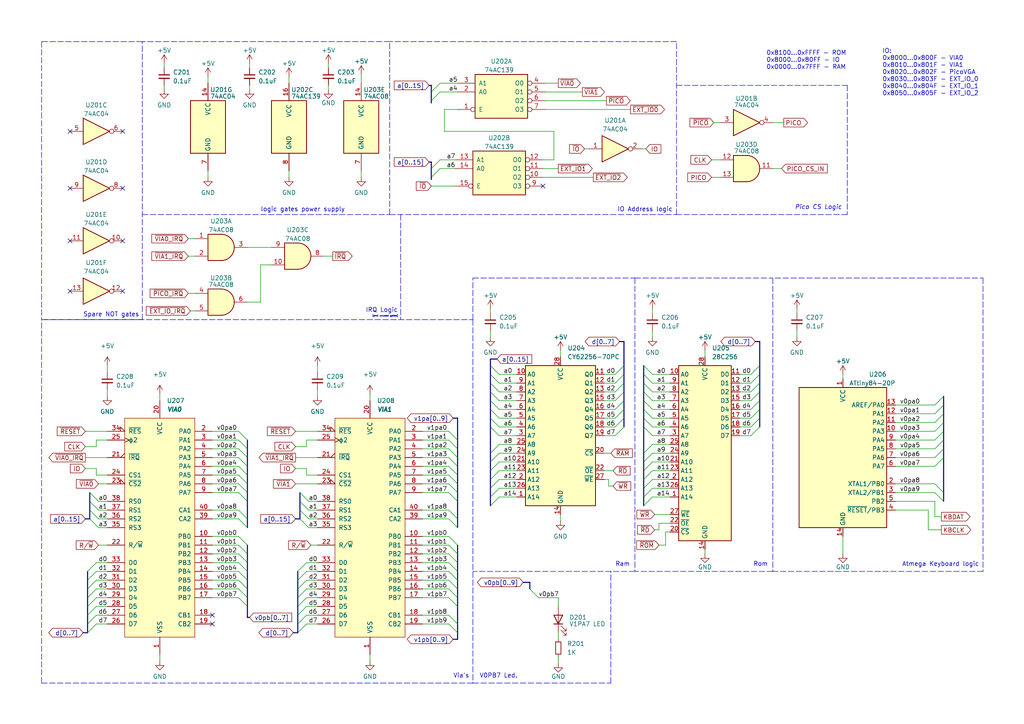
<source format=kicad_sch>
(kicad_sch (version 20211123) (generator eeschema)
  (paper "A4")
  (no_connect (at 35.56 69.85))
  (no_connect (at 35.56 54.61))
  (no_connect (at 20.32 69.85))
  (no_connect (at 35.56 38.1))
  (no_connect (at 20.32 54.61))
  (no_connect (at 20.32 38.1))
  (no_connect (at 35.56 84.455))
  (no_connect (at 20.32 84.455))
  (no_connect (at 157.48 53.975))
  (no_connect (at 61.595 180.975))
  (no_connect (at 61.595 178.435))
  (bus_entry (at 189.23 118.745) (size -2.54 -2.54))
  (bus_entry (at 125.095 51.435) (size 2.54 -2.54))
  (bus_entry (at 86.995 142.875) (size 2.54 2.54))
  (bus_entry (at 189.23 131.445) (size -2.54 2.54))
  (bus_entry (at 69.215 160.655) (size 2.54 2.54))
  (bus_entry (at 144.78 144.145) (size -2.54 2.54))
  (bus_entry (at 71.755 158.115) (size -2.54 -2.54))
  (bus_entry (at 144.78 141.605) (size -2.54 2.54))
  (bus_entry (at 132.715 127.635) (size -2.54 -2.54))
  (bus_entry (at 144.78 108.585) (size -2.54 -2.54))
  (bus_entry (at 144.78 111.125) (size -2.54 -2.54))
  (bus_entry (at 189.23 136.525) (size -2.54 2.54))
  (bus_entry (at 130.175 163.195) (size 2.54 2.54))
  (bus_entry (at 130.175 127.635) (size 2.54 2.54))
  (bus_entry (at 217.805 118.745) (size 2.54 -2.54))
  (bus_entry (at 130.175 168.275) (size 2.54 2.54))
  (bus_entry (at 189.23 128.905) (size -2.54 2.54))
  (bus_entry (at 217.805 126.365) (size 2.54 -2.54))
  (bus_entry (at 189.23 144.145) (size -2.54 2.54))
  (bus_entry (at 271.145 142.875) (size 2.54 2.54))
  (bus_entry (at 144.78 126.365) (size -2.54 -2.54))
  (bus_entry (at 217.805 111.125) (size 2.54 -2.54))
  (bus_entry (at 130.175 135.255) (size 2.54 2.54))
  (bus_entry (at 86.995 150.495) (size 2.54 2.54))
  (bus_entry (at 130.175 150.495) (size 2.54 2.54))
  (bus_entry (at 144.78 113.665) (size -2.54 -2.54))
  (bus_entry (at 86.995 145.415) (size 2.54 2.54))
  (bus_entry (at 86.36 173.355) (size 2.54 -2.54))
  (bus_entry (at 189.23 141.605) (size -2.54 2.54))
  (bus_entry (at 69.215 170.815) (size 2.54 2.54))
  (bus_entry (at 130.175 140.335) (size 2.54 2.54))
  (bus_entry (at 132.715 158.115) (size -2.54 -2.54))
  (bus_entry (at 26.035 145.415) (size 2.54 2.54))
  (bus_entry (at 69.215 168.275) (size 2.54 2.54))
  (bus_entry (at 125.095 48.895) (size 2.54 -2.54))
  (bus_entry (at 69.215 163.195) (size 2.54 2.54))
  (bus_entry (at 130.175 173.355) (size 2.54 2.54))
  (bus_entry (at 26.035 147.955) (size 2.54 2.54))
  (bus_entry (at 26.035 150.495) (size 2.54 2.54))
  (bus_entry (at 25.4 170.815) (size 2.54 -2.54))
  (bus_entry (at 25.4 173.355) (size 2.54 -2.54))
  (bus_entry (at 25.4 165.735) (size 2.54 -2.54))
  (bus_entry (at 25.4 175.895) (size 2.54 -2.54))
  (bus_entry (at 25.4 168.275) (size 2.54 -2.54))
  (bus_entry (at 25.4 183.515) (size 2.54 -2.54))
  (bus_entry (at 25.4 180.975) (size 2.54 -2.54))
  (bus_entry (at 25.4 178.435) (size 2.54 -2.54))
  (bus_entry (at 69.215 158.115) (size 2.54 2.54))
  (bus_entry (at 189.23 133.985) (size -2.54 2.54))
  (bus_entry (at 271.145 127.635) (size 2.54 -2.54))
  (bus_entry (at 271.145 130.175) (size 2.54 -2.54))
  (bus_entry (at 271.145 122.555) (size 2.54 -2.54))
  (bus_entry (at 271.145 125.095) (size 2.54 -2.54))
  (bus_entry (at 271.145 120.015) (size 2.54 -2.54))
  (bus_entry (at 271.145 117.475) (size 2.54 -2.54))
  (bus_entry (at 271.145 132.715) (size 2.54 -2.54))
  (bus_entry (at 271.145 135.255) (size 2.54 -2.54))
  (bus_entry (at 189.23 113.665) (size -2.54 -2.54))
  (bus_entry (at 125.095 26.67) (size 2.54 -2.54))
  (bus_entry (at 86.36 175.895) (size 2.54 -2.54))
  (bus_entry (at 189.23 111.125) (size -2.54 -2.54))
  (bus_entry (at 189.23 108.585) (size -2.54 -2.54))
  (bus_entry (at 217.805 123.825) (size 2.54 -2.54))
  (bus_entry (at 86.36 178.435) (size 2.54 -2.54))
  (bus_entry (at 130.175 142.875) (size 2.54 2.54))
  (bus_entry (at 189.23 123.825) (size -2.54 -2.54))
  (bus_entry (at 189.23 139.065) (size -2.54 2.54))
  (bus_entry (at 144.78 116.205) (size -2.54 -2.54))
  (bus_entry (at 178.435 116.205) (size 2.54 -2.54))
  (bus_entry (at 178.435 118.745) (size 2.54 -2.54))
  (bus_entry (at 178.435 123.825) (size 2.54 -2.54))
  (bus_entry (at 178.435 126.365) (size 2.54 -2.54))
  (bus_entry (at 178.435 121.285) (size 2.54 -2.54))
  (bus_entry (at 178.435 113.665) (size 2.54 -2.54))
  (bus_entry (at 178.435 111.125) (size 2.54 -2.54))
  (bus_entry (at 178.435 108.585) (size 2.54 -2.54))
  (bus_entry (at 69.215 173.355) (size 2.54 2.54))
  (bus_entry (at 189.23 126.365) (size -2.54 -2.54))
  (bus_entry (at 86.36 180.975) (size 2.54 -2.54))
  (bus_entry (at 125.095 29.21) (size 2.54 -2.54))
  (bus_entry (at 130.175 158.115) (size 2.54 2.54))
  (bus_entry (at 144.78 136.525) (size -2.54 2.54))
  (bus_entry (at 86.36 183.515) (size 2.54 -2.54))
  (bus_entry (at 130.175 132.715) (size 2.54 2.54))
  (bus_entry (at 130.175 137.795) (size 2.54 2.54))
  (bus_entry (at 217.805 113.665) (size 2.54 -2.54))
  (bus_entry (at 86.995 147.955) (size 2.54 2.54))
  (bus_entry (at 130.175 165.735) (size 2.54 2.54))
  (bus_entry (at 130.175 130.175) (size 2.54 2.54))
  (bus_entry (at 69.215 127.635) (size 2.54 2.54))
  (bus_entry (at 71.755 127.635) (size -2.54 -2.54))
  (bus_entry (at 69.215 132.715) (size 2.54 2.54))
  (bus_entry (at 69.215 130.175) (size 2.54 2.54))
  (bus_entry (at 69.215 150.495) (size 2.54 2.54))
  (bus_entry (at 69.215 147.955) (size 2.54 2.54))
  (bus_entry (at 69.215 142.875) (size 2.54 2.54))
  (bus_entry (at 69.215 140.335) (size 2.54 2.54))
  (bus_entry (at 69.215 137.795) (size 2.54 2.54))
  (bus_entry (at 69.215 135.255) (size 2.54 2.54))
  (bus_entry (at 217.805 116.205) (size 2.54 -2.54))
  (bus_entry (at 86.36 165.735) (size 2.54 -2.54))
  (bus_entry (at 144.78 118.745) (size -2.54 -2.54))
  (bus_entry (at 144.78 123.825) (size -2.54 -2.54))
  (bus_entry (at 144.78 139.065) (size -2.54 2.54))
  (bus_entry (at 130.175 147.955) (size 2.54 2.54))
  (bus_entry (at 130.175 170.815) (size 2.54 2.54))
  (bus_entry (at 144.78 121.285) (size -2.54 -2.54))
  (bus_entry (at 26.035 142.875) (size 2.54 2.54))
  (bus_entry (at 130.175 178.435) (size 2.54 2.54))
  (bus_entry (at 130.175 180.975) (size 2.54 2.54))
  (bus_entry (at 189.23 116.205) (size -2.54 -2.54))
  (bus_entry (at 217.805 121.285) (size 2.54 -2.54))
  (bus_entry (at 69.215 165.735) (size 2.54 2.54))
  (bus_entry (at 86.36 170.815) (size 2.54 -2.54))
  (bus_entry (at 189.23 121.285) (size -2.54 -2.54))
  (bus_entry (at 144.78 131.445) (size -2.54 2.54))
  (bus_entry (at 144.78 133.985) (size -2.54 2.54))
  (bus_entry (at 271.145 140.335) (size 2.54 2.54))
  (bus_entry (at 144.78 128.905) (size -2.54 2.54))
  (bus_entry (at 156.21 173.355) (size -2.54 -2.54))
  (bus_entry (at 86.36 168.275) (size 2.54 -2.54))
  (bus_entry (at 130.175 160.655) (size 2.54 2.54))
  (bus_entry (at 217.805 108.585) (size 2.54 -2.54))
  (wire (pts (xy 78.74 76.835) (xy 75.565 76.835)))
  (bus (pts (xy 25.4 173.355) (xy 25.4 175.895)))
  (bus (pts (xy 25.4 168.275) (xy 25.4 170.815)))
  (wire (pts (xy 104.775 49.53) (xy 104.775 51.435)))
  (polyline (pts (xy 245.745 24.765) (xy 245.745 62.23)))
  (polyline (pts (xy 41.275 92.71) (xy 41.275 12.065)))
  (wire (pts (xy 122.555 142.875) (xy 130.175 142.875)))
  (polyline (pts (xy 41.275 12.065) (xy 12.065 12.065)))
  (bus (pts (xy 142.24 139.065) (xy 142.24 141.605)))
  (wire (pts (xy 27.94 137.795) (xy 27.94 135.89)))
  (bus (pts (xy 71.755 142.875) (xy 71.755 145.415)))
  (wire (pts (xy 175.26 116.205) (xy 178.435 116.205)))
  (bus (pts (xy 71.755 170.815) (xy 71.755 173.355)))
  (bus (pts (xy 186.69 116.205) (xy 186.69 118.745)))
  (polyline (pts (xy 12.7 92.71) (xy 137.16 92.71)))
  (bus (pts (xy 132.715 145.415) (xy 132.715 150.495)))
  (wire (pts (xy 92.075 127.635) (xy 88.9 127.635)))
  (bus (pts (xy 186.69 136.525) (xy 186.69 139.065)))
  (wire (pts (xy 28.575 147.955) (xy 31.115 147.955)))
  (wire (pts (xy 88.9 175.895) (xy 92.075 175.895)))
  (polyline (pts (xy 137.16 92.71) (xy 137.16 198.12)))
  (bus (pts (xy 131.445 185.42) (xy 132.715 185.42)))
  (bus (pts (xy 132.715 132.715) (xy 132.715 135.255)))
  (polyline (pts (xy 12.065 198.12) (xy 12.065 92.71)))
  (polyline (pts (xy 116.205 62.23) (xy 116.205 92.71)))
  (wire (pts (xy 47.625 24.765) (xy 47.625 26.035)))
  (bus (pts (xy 180.975 116.205) (xy 180.975 118.745)))
  (wire (pts (xy 175.26 139.065) (xy 176.53 139.065)))
  (wire (pts (xy 122.555 147.955) (xy 130.175 147.955)))
  (wire (pts (xy 27.94 127.635) (xy 27.94 129.54)))
  (wire (pts (xy 61.595 142.875) (xy 69.215 142.875)))
  (wire (pts (xy 31.115 127.635) (xy 27.94 127.635)))
  (wire (pts (xy 61.595 125.095) (xy 69.215 125.095)))
  (bus (pts (xy 142.24 121.285) (xy 142.24 123.825)))
  (wire (pts (xy 244.475 155.575) (xy 244.475 160.655)))
  (wire (pts (xy 189.865 153.67) (xy 191.135 153.67)))
  (wire (pts (xy 271.145 149.86) (xy 271.145 145.415)))
  (bus (pts (xy 186.69 121.285) (xy 186.69 123.825)))
  (bus (pts (xy 25.4 180.975) (xy 25.4 183.515)))
  (bus (pts (xy 219.075 99.06) (xy 220.345 99.06)))
  (bus (pts (xy 132.715 180.975) (xy 132.715 183.515)))
  (polyline (pts (xy 12.065 92.71) (xy 41.275 92.71)))
  (wire (pts (xy 144.78 136.525) (xy 149.86 136.525)))
  (bus (pts (xy 125.095 24.765) (xy 125.095 26.67)))
  (polyline (pts (xy 224.155 165.735) (xy 184.15 165.735)))
  (bus (pts (xy 144.145 104.14) (xy 142.24 104.14)))
  (bus (pts (xy 71.755 135.255) (xy 71.755 137.795)))
  (bus (pts (xy 132.715 158.115) (xy 132.715 160.655)))
  (bus (pts (xy 125.095 46.99) (xy 125.095 48.895)))
  (bus (pts (xy 72.39 179.07) (xy 71.755 179.07)))
  (wire (pts (xy 175.26 113.665) (xy 178.435 113.665)))
  (wire (pts (xy 162.56 101.6) (xy 162.56 103.505)))
  (bus (pts (xy 132.715 170.815) (xy 132.715 173.355)))
  (wire (pts (xy 144.78 139.065) (xy 149.86 139.065)))
  (wire (pts (xy 60.325 49.53) (xy 60.325 51.435)))
  (wire (pts (xy 194.31 151.765) (xy 191.135 151.765)))
  (wire (pts (xy 107.315 189.865) (xy 107.315 191.77)))
  (bus (pts (xy 186.69 144.145) (xy 186.69 146.685)))
  (wire (pts (xy 127.635 24.13) (xy 132.715 24.13)))
  (wire (pts (xy 122.555 150.495) (xy 130.175 150.495)))
  (wire (pts (xy 161.925 190.5) (xy 161.925 192.405)))
  (bus (pts (xy 273.685 120.015) (xy 273.685 122.555)))
  (wire (pts (xy 61.595 147.955) (xy 69.215 147.955)))
  (wire (pts (xy 27.94 178.435) (xy 31.115 178.435)))
  (polyline (pts (xy 285.115 80.645) (xy 285.115 165.735)))
  (bus (pts (xy 26.035 145.415) (xy 26.035 147.955)))
  (bus (pts (xy 86.36 175.895) (xy 86.36 178.435)))
  (wire (pts (xy 169.545 43.18) (xy 170.815 43.18)))
  (bus (pts (xy 142.24 144.145) (xy 142.24 146.685)))
  (bus (pts (xy 86.36 170.815) (xy 86.36 173.355)))
  (bus (pts (xy 86.995 147.955) (xy 86.995 150.495)))
  (wire (pts (xy 144.78 113.665) (xy 149.86 113.665)))
  (bus (pts (xy 179.705 99.06) (xy 180.975 99.06)))
  (bus (pts (xy 186.69 108.585) (xy 186.69 111.125)))
  (bus (pts (xy 132.715 173.355) (xy 132.715 175.895)))
  (wire (pts (xy 176.53 139.065) (xy 176.53 140.97)))
  (wire (pts (xy 122.555 178.435) (xy 130.175 178.435)))
  (bus (pts (xy 220.345 99.06) (xy 220.345 106.045)))
  (wire (pts (xy 175.26 126.365) (xy 178.435 126.365)))
  (wire (pts (xy 88.9 137.795) (xy 88.9 135.89)))
  (wire (pts (xy 189.23 141.605) (xy 194.31 141.605)))
  (bus (pts (xy 86.995 142.875) (xy 86.995 145.415)))
  (wire (pts (xy 122.555 170.815) (xy 130.175 170.815)))
  (wire (pts (xy 189.23 144.145) (xy 194.31 144.145)))
  (bus (pts (xy 71.755 145.415) (xy 71.755 150.495)))
  (wire (pts (xy 189.23 95.885) (xy 189.23 97.79)))
  (wire (pts (xy 88.9 173.355) (xy 92.075 173.355)))
  (bus (pts (xy 86.36 173.355) (xy 86.36 175.895)))
  (wire (pts (xy 189.23 111.125) (xy 194.31 111.125)))
  (polyline (pts (xy 196.215 24.765) (xy 245.745 24.765)))
  (wire (pts (xy 93.98 74.295) (xy 96.52 74.295)))
  (wire (pts (xy 122.555 180.975) (xy 130.175 180.975)))
  (wire (pts (xy 259.715 132.715) (xy 271.145 132.715)))
  (bus (pts (xy 186.69 106.045) (xy 186.69 108.585)))
  (wire (pts (xy 88.9 180.975) (xy 92.075 180.975)))
  (wire (pts (xy 231.14 89.535) (xy 231.14 90.805)))
  (bus (pts (xy 132.715 135.255) (xy 132.715 137.795)))
  (wire (pts (xy 231.14 95.885) (xy 231.14 97.79)))
  (wire (pts (xy 85.725 125.095) (xy 92.075 125.095)))
  (wire (pts (xy 122.555 160.655) (xy 130.175 160.655)))
  (wire (pts (xy 31.115 106.045) (xy 31.115 107.95)))
  (wire (pts (xy 31.115 113.03) (xy 31.115 114.935)))
  (wire (pts (xy 122.555 132.715) (xy 130.175 132.715)))
  (wire (pts (xy 142.24 95.885) (xy 142.24 97.79)))
  (polyline (pts (xy 196.215 12.065) (xy 113.03 12.065)))
  (wire (pts (xy 104.775 21.59) (xy 104.775 24.13)))
  (bus (pts (xy 132.715 140.335) (xy 132.715 142.875)))
  (bus (pts (xy 25.4 175.895) (xy 25.4 178.435)))
  (wire (pts (xy 259.715 120.015) (xy 271.145 120.015)))
  (wire (pts (xy 72.39 24.765) (xy 72.39 26.035)))
  (wire (pts (xy 259.715 127.635) (xy 271.145 127.635)))
  (bus (pts (xy 71.755 130.175) (xy 71.755 132.715)))
  (wire (pts (xy 214.63 113.665) (xy 217.805 113.665)))
  (wire (pts (xy 175.26 118.745) (xy 178.435 118.745)))
  (bus (pts (xy 273.685 142.875) (xy 273.685 145.415)))
  (bus (pts (xy 125.095 29.845) (xy 125.095 29.21)))
  (wire (pts (xy 144.78 108.585) (xy 149.86 108.585)))
  (bus (pts (xy 180.975 118.745) (xy 180.975 121.285)))
  (bus (pts (xy 132.715 185.42) (xy 132.715 183.515)))
  (wire (pts (xy 271.145 145.415) (xy 259.715 145.415)))
  (wire (pts (xy 214.63 126.365) (xy 217.805 126.365)))
  (wire (pts (xy 144.78 116.205) (xy 149.86 116.205)))
  (wire (pts (xy 175.26 111.125) (xy 178.435 111.125)))
  (bus (pts (xy 142.24 113.665) (xy 142.24 116.205)))
  (wire (pts (xy 158.115 31.75) (xy 182.88 31.75)))
  (wire (pts (xy 90.17 158.115) (xy 92.075 158.115)))
  (wire (pts (xy 144.78 128.905) (xy 149.86 128.905)))
  (wire (pts (xy 88.9 178.435) (xy 92.075 178.435)))
  (polyline (pts (xy 184.15 80.645) (xy 224.155 80.645)))
  (wire (pts (xy 204.47 101.6) (xy 204.47 103.505)))
  (wire (pts (xy 88.9 129.54) (xy 85.725 129.54)))
  (bus (pts (xy 142.24 118.745) (xy 142.24 121.285)))
  (polyline (pts (xy 137.16 92.71) (xy 137.16 80.645)))
  (bus (pts (xy 142.24 104.14) (xy 142.24 106.045)))
  (bus (pts (xy 26.035 147.955) (xy 26.035 150.495)))
  (bus (pts (xy 71.755 163.195) (xy 71.755 165.735)))
  (bus (pts (xy 125.095 26.67) (xy 125.095 29.21)))
  (wire (pts (xy 85.725 132.715) (xy 92.075 132.715)))
  (wire (pts (xy 158.115 24.13) (xy 161.925 24.13)))
  (polyline (pts (xy 113.03 12.065) (xy 41.275 12.065)))
  (wire (pts (xy 75.565 87.63) (xy 71.755 87.63)))
  (wire (pts (xy 54.61 85.09) (xy 56.515 85.09)))
  (wire (pts (xy 191.135 151.765) (xy 191.135 153.67)))
  (bus (pts (xy 86.36 178.435) (xy 86.36 180.975)))
  (wire (pts (xy 61.595 130.175) (xy 69.215 130.175)))
  (wire (pts (xy 144.78 131.445) (xy 149.86 131.445)))
  (wire (pts (xy 88.9 163.195) (xy 92.075 163.195)))
  (wire (pts (xy 189.23 113.665) (xy 194.31 113.665)))
  (bus (pts (xy 71.755 158.115) (xy 71.755 160.655)))
  (wire (pts (xy 122.555 127.635) (xy 130.175 127.635)))
  (wire (pts (xy 161.925 183.515) (xy 161.925 185.42)))
  (wire (pts (xy 127.635 46.355) (xy 132.08 46.355)))
  (wire (pts (xy 28.575 150.495) (xy 31.115 150.495)))
  (bus (pts (xy 142.24 136.525) (xy 142.24 139.065)))
  (polyline (pts (xy 196.215 62.23) (xy 196.215 12.065)))
  (wire (pts (xy 61.595 165.735) (xy 69.215 165.735)))
  (polyline (pts (xy 41.275 62.23) (xy 113.03 62.23)))
  (wire (pts (xy 24.765 125.095) (xy 31.115 125.095)))
  (wire (pts (xy 175.26 123.825) (xy 178.435 123.825)))
  (bus (pts (xy 26.035 142.875) (xy 26.035 145.415)))
  (wire (pts (xy 27.94 168.275) (xy 31.115 168.275)))
  (wire (pts (xy 194.31 154.305) (xy 193.04 154.305)))
  (wire (pts (xy 122.555 135.255) (xy 130.175 135.255)))
  (wire (pts (xy 61.595 140.335) (xy 69.215 140.335)))
  (wire (pts (xy 214.63 121.285) (xy 217.805 121.285)))
  (wire (pts (xy 157.48 48.895) (xy 161.925 48.895)))
  (bus (pts (xy 273.685 125.095) (xy 273.685 127.635)))
  (wire (pts (xy 61.595 168.275) (xy 69.215 168.275)))
  (wire (pts (xy 88.9 170.815) (xy 92.075 170.815)))
  (bus (pts (xy 180.975 99.06) (xy 180.975 106.045)))
  (polyline (pts (xy 224.79 80.645) (xy 285.115 80.645)))
  (wire (pts (xy 61.595 135.255) (xy 69.215 135.255)))
  (wire (pts (xy 88.9 135.89) (xy 85.725 135.89)))
  (wire (pts (xy 55.245 90.17) (xy 56.515 90.17)))
  (wire (pts (xy 176.53 140.97) (xy 177.8 140.97)))
  (wire (pts (xy 71.755 71.755) (xy 78.74 71.755)))
  (bus (pts (xy 186.69 123.825) (xy 186.69 131.445)))
  (bus (pts (xy 180.975 113.665) (xy 180.975 116.205)))
  (wire (pts (xy 47.625 18.415) (xy 47.625 19.685)))
  (bus (pts (xy 186.69 133.985) (xy 186.69 136.525)))
  (wire (pts (xy 160.655 46.355) (xy 157.48 46.355)))
  (bus (pts (xy 153.67 168.91) (xy 153.67 170.815)))
  (wire (pts (xy 27.94 173.355) (xy 31.115 173.355)))
  (wire (pts (xy 214.63 118.745) (xy 217.805 118.745)))
  (wire (pts (xy 158.115 26.67) (xy 168.91 26.67)))
  (wire (pts (xy 122.555 140.335) (xy 130.175 140.335)))
  (wire (pts (xy 162.56 149.225) (xy 162.56 151.13)))
  (bus (pts (xy 186.69 131.445) (xy 186.69 133.985)))
  (polyline (pts (xy 113.03 62.23) (xy 113.03 12.065)))
  (bus (pts (xy 132.715 142.875) (xy 132.715 145.415)))
  (bus (pts (xy 71.755 150.495) (xy 71.755 153.035)))
  (wire (pts (xy 175.26 131.445) (xy 177.165 131.445)))
  (wire (pts (xy 189.23 121.285) (xy 194.31 121.285)))
  (bus (pts (xy 71.755 173.355) (xy 71.755 175.895)))
  (wire (pts (xy 193.04 154.305) (xy 193.04 158.115)))
  (bus (pts (xy 24.13 183.515) (xy 25.4 183.515)))
  (bus (pts (xy 220.345 108.585) (xy 220.345 111.125)))
  (wire (pts (xy 259.715 122.555) (xy 271.145 122.555)))
  (wire (pts (xy 54.61 69.215) (xy 56.515 69.215)))
  (bus (pts (xy 85.09 183.515) (xy 86.36 183.515)))
  (wire (pts (xy 214.63 116.205) (xy 217.805 116.205)))
  (wire (pts (xy 122.555 173.355) (xy 130.175 173.355)))
  (wire (pts (xy 27.94 170.815) (xy 31.115 170.815)))
  (wire (pts (xy 259.715 142.875) (xy 271.145 142.875)))
  (wire (pts (xy 189.23 89.535) (xy 189.23 90.805)))
  (bus (pts (xy 86.36 168.275) (xy 86.36 170.815)))
  (wire (pts (xy 88.9 165.735) (xy 92.075 165.735)))
  (bus (pts (xy 71.755 168.275) (xy 71.755 170.815)))
  (bus (pts (xy 132.715 130.175) (xy 132.715 132.715)))
  (wire (pts (xy 61.595 137.795) (xy 69.215 137.795)))
  (wire (pts (xy 271.145 149.86) (xy 273.05 149.86)))
  (wire (pts (xy 27.94 180.975) (xy 31.115 180.975)))
  (wire (pts (xy 204.47 159.385) (xy 204.47 160.655)))
  (bus (pts (xy 220.345 111.125) (xy 220.345 113.665)))
  (wire (pts (xy 175.26 108.585) (xy 178.435 108.585)))
  (bus (pts (xy 71.755 160.655) (xy 71.755 163.195)))
  (wire (pts (xy 125.095 53.975) (xy 132.08 53.975)))
  (wire (pts (xy 61.595 132.715) (xy 69.215 132.715)))
  (bus (pts (xy 25.4 170.815) (xy 25.4 173.355)))
  (bus (pts (xy 125.095 52.07) (xy 125.095 51.435)))
  (wire (pts (xy 28.575 158.115) (xy 31.115 158.115)))
  (wire (pts (xy 259.715 130.175) (xy 271.145 130.175)))
  (polyline (pts (xy 137.16 80.645) (xy 184.15 80.645)))
  (polyline (pts (xy 177.165 198.12) (xy 177.165 165.735)))
  (wire (pts (xy 127.635 48.895) (xy 132.08 48.895)))
  (wire (pts (xy 142.24 89.535) (xy 142.24 90.805)))
  (polyline (pts (xy 184.15 165.735) (xy 137.16 165.735)))
  (wire (pts (xy 24.765 132.715) (xy 31.115 132.715)))
  (wire (pts (xy 224.155 48.895) (xy 226.695 48.895)))
  (bus (pts (xy 220.345 106.045) (xy 220.345 108.585)))
  (wire (pts (xy 122.555 130.175) (xy 130.175 130.175)))
  (polyline (pts (xy 184.15 80.645) (xy 184.15 165.735)))
  (polyline (pts (xy 137.16 198.12) (xy 177.165 198.12)))
  (wire (pts (xy 259.715 117.475) (xy 271.145 117.475)))
  (wire (pts (xy 128.905 31.75) (xy 128.905 38.1)))
  (wire (pts (xy 269.24 147.955) (xy 259.715 147.955)))
  (bus (pts (xy 186.69 141.605) (xy 186.69 144.145)))
  (wire (pts (xy 122.555 168.275) (xy 130.175 168.275)))
  (wire (pts (xy 61.595 155.575) (xy 69.215 155.575)))
  (wire (pts (xy 161.925 173.355) (xy 161.925 175.895)))
  (wire (pts (xy 27.94 163.195) (xy 31.115 163.195)))
  (bus (pts (xy 86.995 145.415) (xy 86.995 147.955)))
  (wire (pts (xy 54.61 74.295) (xy 56.515 74.295)))
  (wire (pts (xy 83.82 49.53) (xy 83.82 51.435)))
  (bus (pts (xy 220.345 118.745) (xy 220.345 121.285)))
  (bus (pts (xy 220.345 113.665) (xy 220.345 116.205)))
  (wire (pts (xy 214.63 123.825) (xy 217.805 123.825)))
  (bus (pts (xy 71.755 127.635) (xy 71.755 130.175)))
  (wire (pts (xy 88.9 127.635) (xy 88.9 129.54)))
  (bus (pts (xy 273.685 122.555) (xy 273.685 125.095)))
  (polyline (pts (xy 224.155 80.645) (xy 224.155 165.735)))
  (polyline (pts (xy 12.065 12.065) (xy 12.065 92.71)))
  (bus (pts (xy 86.36 180.975) (xy 86.36 183.515)))
  (wire (pts (xy 122.555 125.095) (xy 130.175 125.095)))
  (wire (pts (xy 156.21 173.355) (xy 161.925 173.355)))
  (wire (pts (xy 189.23 139.065) (xy 194.31 139.065)))
  (wire (pts (xy 189.865 149.225) (xy 194.31 149.225)))
  (wire (pts (xy 259.715 125.095) (xy 271.145 125.095)))
  (bus (pts (xy 85.725 150.495) (xy 86.995 150.495)))
  (wire (pts (xy 95.25 24.765) (xy 95.25 26.035)))
  (bus (pts (xy 132.715 165.735) (xy 132.715 168.275)))
  (wire (pts (xy 144.78 111.125) (xy 149.86 111.125)))
  (wire (pts (xy 95.25 18.415) (xy 95.25 19.685)))
  (wire (pts (xy 127.635 26.67) (xy 132.715 26.67)))
  (wire (pts (xy 193.04 158.115) (xy 191.135 158.115)))
  (wire (pts (xy 72.39 18.415) (xy 72.39 19.685)))
  (wire (pts (xy 244.475 108.585) (xy 244.475 109.855)))
  (wire (pts (xy 175.26 121.285) (xy 178.435 121.285)))
  (bus (pts (xy 186.69 118.745) (xy 186.69 121.285)))
  (wire (pts (xy 259.715 140.335) (xy 271.145 140.335)))
  (bus (pts (xy 86.36 165.735) (xy 86.36 168.275)))
  (wire (pts (xy 89.535 153.035) (xy 92.075 153.035)))
  (bus (pts (xy 186.69 111.125) (xy 186.69 113.665)))
  (bus (pts (xy 186.69 113.665) (xy 186.69 116.205)))
  (wire (pts (xy 128.905 38.1) (xy 160.655 38.1)))
  (wire (pts (xy 186.055 43.18) (xy 187.325 43.18)))
  (bus (pts (xy 142.24 123.825) (xy 142.24 131.445)))
  (bus (pts (xy 24.765 150.495) (xy 26.035 150.495)))
  (wire (pts (xy 92.075 106.045) (xy 92.075 107.95)))
  (wire (pts (xy 75.565 76.835) (xy 75.565 87.63)))
  (wire (pts (xy 61.595 163.195) (xy 69.215 163.195)))
  (wire (pts (xy 144.78 126.365) (xy 149.86 126.365)))
  (bus (pts (xy 142.24 111.125) (xy 142.24 113.665)))
  (wire (pts (xy 89.535 145.415) (xy 92.075 145.415)))
  (bus (pts (xy 220.345 116.205) (xy 220.345 118.745)))
  (bus (pts (xy 132.715 168.275) (xy 132.715 170.815)))
  (wire (pts (xy 92.075 137.795) (xy 88.9 137.795)))
  (wire (pts (xy 144.78 133.985) (xy 149.86 133.985)))
  (wire (pts (xy 206.375 46.355) (xy 208.915 46.355)))
  (wire (pts (xy 122.555 158.115) (xy 130.175 158.115)))
  (bus (pts (xy 273.685 117.475) (xy 273.685 120.015)))
  (bus (pts (xy 132.715 150.495) (xy 132.715 153.035)))
  (wire (pts (xy 88.9 168.275) (xy 92.075 168.275)))
  (wire (pts (xy 27.94 165.735) (xy 31.115 165.735)))
  (wire (pts (xy 27.94 175.895) (xy 31.115 175.895)))
  (bus (pts (xy 220.345 121.285) (xy 220.345 123.825)))
  (bus (pts (xy 71.755 132.715) (xy 71.755 135.255)))
  (wire (pts (xy 206.375 51.435) (xy 208.915 51.435)))
  (wire (pts (xy 189.23 123.825) (xy 194.31 123.825)))
  (bus (pts (xy 186.69 139.065) (xy 186.69 141.605)))
  (wire (pts (xy 107.315 114.3) (xy 107.315 116.205)))
  (wire (pts (xy 189.23 136.525) (xy 194.31 136.525)))
  (wire (pts (xy 27.94 135.89) (xy 24.765 135.89)))
  (bus (pts (xy 180.975 121.285) (xy 180.975 123.825)))
  (wire (pts (xy 61.595 170.815) (xy 69.215 170.815)))
  (wire (pts (xy 122.555 155.575) (xy 130.175 155.575)))
  (wire (pts (xy 189.23 118.745) (xy 194.31 118.745)))
  (bus (pts (xy 132.715 160.655) (xy 132.715 163.195)))
  (bus (pts (xy 131.445 121.285) (xy 132.715 121.285)))
  (wire (pts (xy 224.155 35.56) (xy 227.33 35.56)))
  (wire (pts (xy 28.575 145.415) (xy 31.115 145.415)))
  (wire (pts (xy 28.575 140.335) (xy 31.115 140.335)))
  (bus (pts (xy 142.24 133.985) (xy 142.24 136.525)))
  (wire (pts (xy 208.915 35.56) (xy 207.01 35.56)))
  (bus (pts (xy 273.685 114.935) (xy 273.685 117.475)))
  (bus (pts (xy 132.715 127.635) (xy 132.715 130.175)))
  (wire (pts (xy 189.23 108.585) (xy 194.31 108.585)))
  (bus (pts (xy 273.685 130.175) (xy 273.685 132.715)))
  (wire (pts (xy 61.595 150.495) (xy 69.215 150.495)))
  (bus (pts (xy 25.4 178.435) (xy 25.4 180.975)))
  (bus (pts (xy 142.24 108.585) (xy 142.24 111.125)))
  (wire (pts (xy 144.78 144.145) (xy 149.86 144.145)))
  (bus (pts (xy 142.24 106.045) (xy 142.24 108.585)))
  (bus (pts (xy 132.715 121.285) (xy 132.715 127.635)))
  (polyline (pts (xy 285.115 165.735) (xy 224.155 165.735)))
  (bus (pts (xy 142.24 131.445) (xy 142.24 133.985)))
  (bus (pts (xy 142.24 141.605) (xy 142.24 144.145)))
  (bus (pts (xy 142.24 116.205) (xy 142.24 118.745)))
  (bus (pts (xy 71.755 137.795) (xy 71.755 140.335)))
  (polyline (pts (xy 137.16 198.12) (xy 12.065 198.12)))
  (wire (pts (xy 144.78 123.825) (xy 149.86 123.825)))
  (wire (pts (xy 132.715 31.75) (xy 128.905 31.75)))
  (wire (pts (xy 61.595 158.115) (xy 69.215 158.115)))
  (wire (pts (xy 89.535 147.955) (xy 92.075 147.955)))
  (wire (pts (xy 122.555 165.735) (xy 130.175 165.735)))
  (wire (pts (xy 61.595 127.635) (xy 69.215 127.635)))
  (bus (pts (xy 71.755 140.335) (xy 71.755 142.875)))
  (bus (pts (xy 180.975 108.585) (xy 180.975 111.125)))
  (wire (pts (xy 189.23 116.205) (xy 194.31 116.205)))
  (wire (pts (xy 46.355 114.3) (xy 46.355 116.205)))
  (wire (pts (xy 83.82 22.225) (xy 83.82 24.13)))
  (wire (pts (xy 92.075 113.03) (xy 92.075 114.935)))
  (wire (pts (xy 144.78 118.745) (xy 149.86 118.745)))
  (wire (pts (xy 189.23 131.445) (xy 194.31 131.445)))
  (wire (pts (xy 214.63 111.125) (xy 217.805 111.125)))
  (wire (pts (xy 31.115 137.795) (xy 27.94 137.795)))
  (bus (pts (xy 132.715 175.895) (xy 132.715 180.975)))
  (bus (pts (xy 273.685 127.635) (xy 273.685 130.175)))
  (wire (pts (xy 214.63 108.585) (xy 217.805 108.585)))
  (wire (pts (xy 189.23 128.905) (xy 194.31 128.905)))
  (bus (pts (xy 25.4 165.735) (xy 25.4 168.275)))
  (wire (pts (xy 259.715 135.255) (xy 271.145 135.255)))
  (polyline (pts (xy 113.03 62.23) (xy 196.215 62.23)))
  (wire (pts (xy 89.535 150.495) (xy 92.075 150.495)))
  (wire (pts (xy 46.355 189.865) (xy 46.355 191.77)))
  (wire (pts (xy 157.48 51.435) (xy 172.085 51.435)))
  (wire (pts (xy 160.655 38.1) (xy 160.655 46.355)))
  (wire (pts (xy 60.325 22.225) (xy 60.325 24.13)))
  (wire (pts (xy 158.115 29.21) (xy 175.895 29.21)))
  (wire (pts (xy 122.555 163.195) (xy 130.175 163.195)))
  (bus (pts (xy 71.755 165.735) (xy 71.755 168.275)))
  (polyline (pts (xy 245.745 62.23) (xy 196.215 62.23)))
  (bus (pts (xy 124.46 46.99) (xy 125.095 46.99)))
  (wire (pts (xy 27.94 129.54) (xy 24.765 129.54)))
  (bus (pts (xy 132.715 163.195) (xy 132.715 165.735)))
  (bus (pts (xy 125.095 48.895) (xy 125.095 51.435)))
  (bus (pts (xy 180.975 106.045) (xy 180.975 108.585)))
  (wire (pts (xy 144.78 121.285) (xy 149.86 121.285)))
  (bus (pts (xy 273.685 132.715) (xy 273.685 142.875)))
  (wire (pts (xy 85.725 140.335) (xy 92.075 140.335)))
  (wire (pts (xy 273.05 153.67) (xy 269.24 153.67)))
  (wire (pts (xy 189.23 133.985) (xy 194.31 133.985)))
  (bus (pts (xy 151.765 168.91) (xy 153.67 168.91)))
  (wire (pts (xy 189.23 126.365) (xy 194.31 126.365)))
  (bus (pts (xy 71.755 179.07) (xy 71.755 175.895)))
  (wire (pts (xy 61.595 160.655) (xy 69.215 160.655)))
  (wire (pts (xy 122.555 137.795) (xy 130.175 137.795)))
  (wire (pts (xy 175.26 136.525) (xy 177.8 136.525)))
  (bus (pts (xy 124.46 24.765) (xy 125.095 24.765)))
  (bus (pts (xy 180.975 111.125) (xy 180.975 113.665)))
  (wire (pts (xy 28.575 153.035) (xy 31.115 153.035)))
  (wire (pts (xy 144.78 141.605) (xy 149.86 141.605)))
  (bus (pts (xy 132.715 137.795) (xy 132.715 140.335)))
  (wire (pts (xy 61.595 173.355) (xy 69.215 173.355)))
  (wire (pts (xy 269.24 153.67) (xy 269.24 147.955)))
  (text "Spare NOT gates" (at 24.13 92.075 0) (effects (font (size 1.27 1.27)) (justify left bottom)))
  (text "(and unused gates)" (at 107.95 92.075 0) (effects (font (size 0.5 0.5)) (justify left bottom)))
  (text "logic gates power supply" (at 75.565 61.595 0) (effects (font (size 1.27 1.27)) (justify left bottom)))
  (text "0x8100...0xFFFF - ROM\n0x8000...0x80FF - IO\n0x0000...0x7FFF - RAM" (at 222.25 20.32 0) (effects (font (size 1.27 1.27)) (justify left bottom)))
  (text "Rom" (at 218.44 164.465 0) (effects (font (size 1.27 1.27)) (justify left bottom)))
  (text "Via's" (at 131.445 196.85 0) (effects (font (size 1.27 1.27)) (justify left bottom)))
  (text "Pico CS Logic" (at 230.505 60.96 0) (effects (font (size 1.27 1.27) italic) (justify left bottom)))
  (text "V0PB7 Led." (at 139.065 196.85 0) (effects (font (size 1.27 1.27)) (justify left bottom)))
  (text "Ram" (at 178.435 164.465 0) (effects (font (size 1.27 1.27)) (justify left bottom)))
  (text "IRQ Logic" (at 106.045 90.805 0) (effects (font (size 1.27 1.27)) (justify left bottom)))
  (text "IO:\n0x8000...0x800F - VIA0\n0x8010...0x801F - VIA1\n0x8020...0x802F - PicoVGA\n0x8030...0x803F - EXT_IO_0\n0x8040...0x804F - EXT_IO_1\n0x8050...0x805F - EXT_IO_2\n" (at 255.905 27.94 0) (effects (font (size 1.27 1.27)) (justify left bottom)))
  (text "Atmega Keyboard logic" (at 261.62 164.465 0) (effects (font (size 1.27 1.27)) (justify left bottom)))
  (text "IO Address logic" (at 179.07 61.595 0) (effects (font (size 1.27 1.27)) (justify left bottom)))
  (label "d1" (at 175.895 111.125 0))
  (label "d1" (at 28.575 165.735 0))
  (label "a8" (at 190.5 128.905 0))
  (label "a5" (at 190.5 121.285 0))
  (label "d5" (at 215.265 121.285 0))
  (label "d2" (at 89.5399 168.275 0))
  (label "d1" (at 215.265 111.125 0))
  (label "a14" (at 146.05 144.145 0))
  (label "a12" (at 190.5 139.065 0))
  (label "v1pb5" (at 123.825 168.275 0))
  (label "a3" (at 190.5 116.205 0))
  (label "v0pb7" (at 62.865 173.355 0))
  (label "d5" (at 175.895 121.285 0))
  (label "v0pb2" (at 62.865 160.655 0))
  (label "v0pb7" (at 156.21 173.355 0))
  (label "a8" (at 146.05 128.905 0))
  (label "v1pb7" (at 123.825 173.355 0))
  (label "a3" (at 146.05 116.205 0))
  (label "d6" (at 28.5352 178.435 0))
  (label "d4" (at 175.895 118.745 0))
  (label "a1" (at 190.5 111.125 0))
  (label "d7" (at 215.265 126.365 0))
  (label "a4" (at 130.175 26.67 0))
  (label "v0pa9" (at 260.985 142.875 0))
  (label "v1pb6" (at 123.825 170.815 0))
  (label "d3" (at 175.895 116.205 0))
  (label "v0pa9" (at 62.865 150.495 0))
  (label "a2" (at 190.5 113.665 0))
  (label "a10" (at 190.5 133.985 0))
  (label "a0" (at 28.575 145.415 0))
  (label "v0pb3" (at 62.865 163.195 0))
  (label "a1" (at 28.575 147.955 0))
  (label "v1pa7" (at 123.825 142.875 0))
  (label "a2" (at 89.535 150.495 0))
  (label "a13" (at 190.5 141.605 0))
  (label "v1pa3" (at 123.825 132.715 0))
  (label "v0pa2" (at 260.985 122.555 0))
  (label "v0pb0" (at 62.865 155.575 0))
  (label "a6" (at 190.5 123.825 0))
  (label "d5" (at 89.535 175.895 0))
  (label "v0pa4" (at 260.985 127.635 0))
  (label "v0pa3" (at 62.865 132.715 0))
  (label "d2" (at 215.265 113.665 0))
  (label "a7" (at 129.54 46.355 0))
  (label "a6" (at 129.54 48.895 0))
  (label "v0pb1" (at 62.865 158.115 0))
  (label "d5" (at 28.575 175.895 0))
  (label "v0pa0" (at 260.985 117.475 0))
  (label "d1" (at 89.535 165.735 0))
  (label "a6" (at 146.05 123.825 0))
  (label "a1" (at 89.535 147.955 0))
  (label "d6" (at 175.895 123.825 0))
  (label "v0pb6" (at 62.865 170.815 0))
  (label "d0" (at 215.265 108.585 0))
  (label "v1pa2" (at 123.825 130.175 0))
  (label "v0pa1" (at 260.985 120.015 0))
  (label "d7" (at 28.575 180.975 0))
  (label "a9" (at 190.5 131.445 0))
  (label "d3" (at 28.5799 170.815 0))
  (label "a7" (at 146.05 126.365 0))
  (label "d0" (at 175.895 108.585 0))
  (label "d3" (at 215.265 116.205 0))
  (label "v0pa8" (at 62.865 147.955 0))
  (label "a5" (at 130.175 24.13 0))
  (label "v0pa8" (at 260.985 140.335 0))
  (label "d7" (at 89.535 180.975 0))
  (label "a2" (at 28.575 150.495 0))
  (label "a4" (at 146.05 118.745 0))
  (label "v1pa8" (at 123.825 147.955 0))
  (label "a0" (at 190.5 108.585 0))
  (label "v0pa7" (at 260.985 135.255 0))
  (label "a2" (at 146.05 113.665 0))
  (label "v1pa5" (at 123.825 137.795 0))
  (label "a11" (at 146.05 136.525 0))
  (label "a9" (at 146.05 131.445 0))
  (label "v0pa6" (at 260.985 132.715 0))
  (label "d0" (at 89.535 163.195 0))
  (label "v0pb4" (at 62.865 165.735 0))
  (label "d2" (at 28.5799 168.275 0))
  (label "a3" (at 89.535 153.035 0))
  (label "a3" (at 28.575 153.035 0))
  (label "v0pb5" (at 62.865 168.275 0))
  (label "v1pb9" (at 123.825 180.975 0))
  (label "v0pa5" (at 261.0258 130.175 0))
  (label "d4" (at 89.5399 173.355 0))
  (label "v1pb4" (at 123.825 165.735 0))
  (label "d4" (at 28.5799 173.355 0))
  (label "a0" (at 89.535 145.415 0))
  (label "v0pa0" (at 62.865 125.095 0))
  (label "v1pb8" (at 123.825 178.435 0))
  (label "v1pb1" (at 123.825 158.115 0))
  (label "v0pa1" (at 62.865 127.635 0))
  (label "d2" (at 175.895 113.665 0))
  (label "a11" (at 190.5 136.525 0))
  (label "d7" (at 175.895 126.365 0))
  (label "v0pa4" (at 62.865 135.255 0))
  (label "a14" (at 190.5 144.145 0))
  (label "a4" (at 190.5 118.745 0))
  (label "a0" (at 146.05 108.585 0))
  (label "v0pa5" (at 62.865 137.795 0))
  (label "v1pa1" (at 123.825 127.635 0))
  (label "d6" (at 89.4952 178.435 0))
  (label "v0pa7" (at 62.865 142.875 0))
  (label "v1pb0" (at 123.825 155.575 0))
  (label "v0pa3" (at 260.985 125.095 0))
  (label "v0pa6" (at 62.865 140.335 0))
  (label "d4" (at 215.265 118.745 0))
  (label "d0" (at 28.575 163.195 0))
  (label "d3" (at 89.5399 170.815 0))
  (label "v1pa6" (at 123.825 140.335 0))
  (label "a13" (at 146.05 141.605 0))
  (label "v0pa2" (at 62.865 130.175 0))
  (label "v1pa4" (at 123.825 135.255 0))
  (label "a1" (at 146.05 111.125 0))
  (label "a5" (at 146.05 121.285 0))
  (label "v1pa0" (at 123.825 125.095 0))
  (label "v1pa9" (at 123.825 150.495 0))
  (label "a12" (at 146.05 139.065 0))
  (label "v1pb3" (at 123.825 163.195 0))
  (label "a7" (at 190.5 126.365 0))
  (label "d6" (at 215.265 123.825 0))
  (label "v1pb2" (at 123.825 160.655 0))
  (label "a10" (at 146.05 133.985 0))
  (global_label "IO" (shape input) (at 187.325 43.18 0) (property "Intersheet References" "${INTERSHEET_REFS}" (effects hide)))
  (global_label "PICO_CS_IN" (shape input) (at 226.695 48.895 0) (property "Intersheet References" "${INTERSHEET_REFS}" (effects hide)))
  (global_label "~{EXT_IO0}" (shape output) (at 182.88 31.75 0) (property "Intersheet References" "${INTERSHEET_REFS}" (effects hide)))
  (global_label "~{VIA1_IRQ}" (shape input) (at 54.61 74.295 180) (property "Intersheet References" "${INTERSHEET_REFS}" (effects hide)))
  (global_label "a[0..15]" (shape input) (at 124.46 24.765 180) (property "Intersheet References" "${INTERSHEET_REFS}" (effects hide)))
  (global_label "~{RESET}" (shape input) (at 85.725 125.095 180) (property "Intersheet References" "${INTERSHEET_REFS}" (effects hide)))
  (global_label "d[0..7]" (shape bidirectional) (at 24.13 183.515 180) (property "Intersheet References" "${INTERSHEET_REFS}" (effects hide)))
  (global_label "~{VIA1_IRQ}" (shape output) (at 85.725 132.715 180) (property "Intersheet References" "${INTERSHEET_REFS}" (effects hide)))
  (global_label "~{VIA0}" (shape output) (at 161.925 24.13 0) (property "Intersheet References" "${INTERSHEET_REFS}" (effects hide)))
  (global_label "~{IO}" (shape input) (at 125.095 53.975 180) (property "Intersheet References" "${INTERSHEET_REFS}" (effects hide)))
  (global_label "d[0..7]" (shape bidirectional) (at 219.075 99.06 180) (property "Intersheet References" "${INTERSHEET_REFS}" (effects hide)))
  (global_label "a[0..15]" (shape input) (at 85.725 150.495 180) (property "Intersheet References" "${INTERSHEET_REFS}" (effects hide)))
  (global_label "~{EXT_IO1}" (shape output) (at 161.925 48.895 0) (property "Intersheet References" "${INTERSHEET_REFS}" (effects hide)))
  (global_label "~{VIA0}" (shape input) (at 28.575 140.335 180) (property "Intersheet References" "${INTERSHEET_REFS}" (effects hide)))
  (global_label "v0pb[0..7]" (shape input) (at 72.39 179.07 0) (property "Intersheet References" "${INTERSHEET_REFS}" (effects hide)))
  (global_label "a[0..15]" (shape input) (at 124.46 46.99 180) (property "Intersheet References" "${INTERSHEET_REFS}" (effects hide)))
  (global_label "~{RAM}" (shape input) (at 177.165 131.445 0) (property "Intersheet References" "${INTERSHEET_REFS}" (effects hide)))
  (global_label "CLK" (shape input) (at 206.375 46.355 180) (property "Intersheet References" "${INTERSHEET_REFS}" (effects hide)))
  (global_label "~{ROM}" (shape input) (at 191.135 158.115 180) (property "Intersheet References" "${INTERSHEET_REFS}" (effects hide)))
  (global_label "CLK" (shape input) (at 85.725 129.54 180) (property "Intersheet References" "${INTERSHEET_REFS}" (effects hide)))
  (global_label "a[0..15]" (shape input) (at 24.765 150.495 180) (property "Intersheet References" "${INTERSHEET_REFS}" (effects hide)))
  (global_label "~{PICO}" (shape output) (at 175.895 29.21 0) (property "Intersheet References" "${INTERSHEET_REFS}" (effects hide)))
  (global_label "IO" (shape input) (at 85.725 135.89 180) (property "Intersheet References" "${INTERSHEET_REFS}" (effects hide)))
  (global_label "~{RD}" (shape input) (at 177.8 136.525 0) (property "Intersheet References" "${INTERSHEET_REFS}" (effects hide)))
  (global_label "v1pa[0..9]" (shape bidirectional) (at 131.445 121.285 180) (property "Intersheet References" "${INTERSHEET_REFS}" (effects hide)))
  (global_label "~{IO}" (shape input) (at 169.545 43.18 180) (property "Intersheet References" "${INTERSHEET_REFS}" (effects hide)))
  (global_label "KBDAT" (shape output) (at 273.05 149.86 0) (property "Intersheet References" "${INTERSHEET_REFS}" (effects hide)))
  (global_label "d[0..7]" (shape bidirectional) (at 179.705 99.06 180) (property "Intersheet References" "${INTERSHEET_REFS}" (effects hide)))
  (global_label "v1pb[0..9]" (shape bidirectional) (at 131.445 185.42 180) (property "Intersheet References" "${INTERSHEET_REFS}" (effects hide)))
  (global_label "~{VIA1}" (shape input) (at 85.725 140.335 180) (property "Intersheet References" "${INTERSHEET_REFS}" (effects hide)))
  (global_label "~{WR}" (shape input) (at 177.8 140.97 0) (property "Intersheet References" "${INTERSHEET_REFS}" (effects hide)))
  (global_label "~{PICO_IRQ}" (shape input) (at 54.61 85.09 180) (property "Intersheet References" "${INTERSHEET_REFS}" (effects hide)))
  (global_label "KBCLK" (shape output) (at 273.05 153.67 0) (property "Intersheet References" "${INTERSHEET_REFS}" (effects hide)))
  (global_label "~{RD}" (shape input) (at 189.865 153.67 180) (property "Intersheet References" "${INTERSHEET_REFS}" (effects hide)))
  (global_label "~{VIA0_IRQ}" (shape output) (at 24.765 132.715 180) (property "Intersheet References" "${INTERSHEET_REFS}" (effects hide)))
  (global_label "v0pb[0..9]" (shape bidirectional) (at 151.765 168.91 180) (property "Intersheet References" "${INTERSHEET_REFS}" (effects hide)))
  (global_label "IO" (shape input) (at 24.765 135.89 180) (property "Intersheet References" "${INTERSHEET_REFS}" (effects hide)))
  (global_label "PICO" (shape input) (at 206.375 51.435 180) (property "Intersheet References" "${INTERSHEET_REFS}" (effects hide)))
  (global_label "~{RESET}" (shape input) (at 24.765 125.095 180) (property "Intersheet References" "${INTERSHEET_REFS}" (effects hide)))
  (global_label "d[0..7]" (shape bidirectional) (at 85.09 183.515 180) (property "Intersheet References" "${INTERSHEET_REFS}" (effects hide)))
  (global_label "PICO" (shape output) (at 227.33 35.56 0) (property "Intersheet References" "${INTERSHEET_REFS}" (effects hide)))
  (global_label "~{VIA1}" (shape output) (at 168.91 26.67 0) (property "Intersheet References" "${INTERSHEET_REFS}" (effects hide)))
  (global_label "~{EXT_IO_IRQ}" (shape input) (at 55.245 90.17 180) (property "Intersheet References" "${INTERSHEET_REFS}" (effects hide)))
  (global_label "CLK" (shape input) (at 24.765 129.54 180) (property "Intersheet References" "${INTERSHEET_REFS}" (effects hide)))
  (global_label "~{WR}" (shape input) (at 189.865 149.225 180) (property "Intersheet References" "${INTERSHEET_REFS}" (effects hide)))
  (global_label "a[0..15]" (shape input) (at 144.145 104.14 0) (property "Intersheet References" "${INTERSHEET_REFS}" (effects hide)))
  (global_label "~{IRQ}" (shape output) (at 96.52 74.295 0) (property "Intersheet References" "${INTERSHEET_REFS}" (effects hide)))
  (global_label "~{PICO}" (shape input) (at 207.01 35.56 180) (property "Intersheet References" "${INTERSHEET_REFS}" (effects hide)))
  (global_label "~{VIA0_IRQ}" (shape input) (at 54.61 69.215 180) (property "Intersheet References" "${INTERSHEET_REFS}" (effects hide)))
  (global_label "~{EXT_IO2}" (shape output) (at 172.085 51.435 0) (property "Intersheet References" "${INTERSHEET_REFS}" (effects hide)))
  (global_label "R{slash}~{W}" (shape input) (at 28.575 158.115 180) (property "Intersheet References" "${INTERSHEET_REFS}" (effects hide)))
  (global_label "R{slash}~{W}" (shape input) (at 90.17 158.115 180) (property "Intersheet References" "${INTERSHEET_REFS}" (effects hide)))
  (symbol (lib_id "Device:LED") (at 161.925 179.705 90) (unit 1)
    (property "Reference" "D201" (at 165.1 179.07 90) (effects (justify right)))
    (property "Value" "V1PA7 LED" (at 165.1 180.975 90) (effects (justify right)))
    (property "Footprint" "LED_THT:LED_D3.0mm" (effects hide))
  )
  (symbol (lib_id "74xx:74LS04") (at 27.94 54.61 0) (unit 4)
    (property "Reference" "U201" (at 27.94 46.99 0))
    (property "Value" "74AC04" (at 27.94 49.53 0))
    (property "Footprint" "Package_DIP:DIP-14_W7.62mm_Socket_LongPads" (effects hide))
    (property "Datasheet" "http://www.ti.com/lit/gpn/sn74LS04" (effects hide))
  )
  (symbol (lib_id "power:+5V") (at 72.39 18.415 0) (unit 1)
    (property "Reference" "#PWR0136" (effects hide))
    (property "Value" "+5V" (at 72.39 14.605 0))
  )
  (symbol (lib_id "power:+5V") (at 60.325 22.225 0) (unit 1)
    (property "Reference" "#PWR0137" (effects hide))
    (property "Value" "+5V" (at 60.325 18.415 0))
  )
  (symbol (lib_id "power:GND") (at 47.625 26.035 0) (unit 1)
    (property "Reference" "#PWR0132" (effects hide))
    (property "Value" "GND" (at 47.625 30.48 0))
  )
  (symbol (lib_id "power:+5V") (at 162.56 101.6 0) (unit 1)
    (property "Reference" "#PWR0143" (effects hide))
    (property "Value" "+5V" (at 162.56 97.79 0))
  )
  (symbol (lib_id "74xx:74LS04") (at 27.94 84.455 0) (unit 6)
    (property "Reference" "U201" (at 27.94 76.2 0))
    (property "Value" "74AC04" (at 27.94 78.74 0))
    (property "Footprint" "Package_DIP:DIP-14_W7.62mm_Socket_LongPads" (effects hide))
    (property "Datasheet" "http://www.ti.com/lit/gpn/sn74LS04" (effects hide))
  )
  (symbol (lib_id "74xx:74LS139") (at 144.78 48.895 0) (unit 2)
    (property "Reference" "U202" (at 144.78 40.005 0))
    (property "Value" "74AC139" (at 144.78 42.545 0))
    (property "Footprint" "Package_SO:TSSOP-16_4.4x5mm_P0.65mm" (effects hide))
    (property "Datasheet" "http://www.ti.com/lit/ds/symlink/sn74ls139a.pdf" (effects hide))
  )
  (symbol (lib_id "power:GND") (at 142.24 97.79 0) (unit 1)
    (property "Reference" "#PWR0144" (effects hide))
    (property "Value" "GND" (at 142.24 102.235 0))
  )
  (symbol (lib_id "power:GND") (at 72.39 26.035 0) (unit 1)
    (property "Reference" "#PWR0138" (effects hide))
    (property "Value" "GND" (at 72.39 30.48 0))
  )
  (symbol (lib_id "Device:C_Small") (at 95.25 22.225 0) (unit 1)
    (property "Reference" "C203" (at 97.79 20.955 0) (effects (justify left)))
    (property "Value" "0.1uF" (at 97.79 23.5012 0) (effects (justify left)))
    (property "Footprint" "Capacitor_THT:C_Disc_D5.0mm_W2.5mm_P5.00mm" (effects hide))
  )
  (symbol (lib_id "power:GND") (at 31.115 114.935 0) (unit 1)
    (property "Reference" "#PWR0153" (effects hide))
    (property "Value" "GND" (at 31.115 119.38 0))
  )
  (symbol (lib_id "power:+5V") (at 204.47 101.6 0) (unit 1)
    (property "Reference" "#PWR0162" (effects hide))
    (property "Value" "+5V" (at 204.47 97.79 0))
  )
  (symbol (lib_id "74xx:74LS08") (at 64.135 71.755 0) (unit 1)
    (property "Reference" "U203" (at 64.135 64.135 0))
    (property "Value" "74AC08" (at 64.135 66.675 0))
    (property "Footprint" "Package_DIP:DIP-14_W7.62mm_Socket_LongPads" (effects hide))
    (property "Datasheet" "http://www.ti.com/lit/gpn/sn74LS08" (effects hide))
  )
  (symbol (lib_id "power:+5V") (at 83.82 22.225 0) (unit 1)
    (property "Reference" "#PWR0139" (effects hide))
    (property "Value" "+5V" (at 83.82 18.415 0))
  )
  (symbol (lib_id "power:GND") (at 46.355 191.77 0) (unit 1)
    (property "Reference" "#PWR0154" (effects hide))
    (property "Value" "GND" (at 46.355 196.215 0))
  )
  (symbol (lib_id "Device:R_Small") (at 161.925 187.96 0) (unit 1)
    (property "Reference" "R201" (at 164.465 186.6899 0) (effects (justify left)))
    (property "Value" "1K" (at 164.465 189.23 0) (effects (justify left)))
    (property "Footprint" "Resistor_THT:R_Axial_DIN0204_L3.6mm_D1.6mm_P7.62mm_Horizontal" (effects hide))
  )
  (symbol (lib_id "power:GND") (at 60.325 51.435 0) (unit 1)
    (property "Reference" "#PWR0133" (effects hide))
    (property "Value" "GND" (at 60.325 55.88 0))
  )
  (symbol (lib_id "power:+5V") (at 142.24 89.535 0) (unit 1)
    (property "Reference" "#PWR0145" (effects hide))
    (property "Value" "+5V" (at 142.24 85.725 0))
  )
  (symbol (lib_id "74xx:74LS04") (at 216.535 35.56 0) (unit 2)
    (property "Reference" "U201" (at 216.535 28.575 0))
    (property "Value" "74AC04" (at 216.535 30.48 0))
    (property "Footprint" "Package_DIP:DIP-14_W7.62mm_Socket_LongPads" (effects hide))
    (property "Datasheet" "http://www.ti.com/lit/gpn/sn74LS04" (effects hide))
  )
  (symbol (lib_id "Device:C_Small") (at 189.23 93.345 0) (unit 1)
    (property "Reference" "C206" (at 191.77 92.075 0) (effects (justify left)))
    (property "Value" "0.1uF" (at 191.77 94.6212 0) (effects (justify left)))
    (property "Footprint" "Capacitor_THT:C_Disc_D5.0mm_W2.5mm_P5.00mm" (effects hide))
  )
  (symbol (lib_id "Memory_EEPROM:28C256") (at 204.47 131.445 0) (unit 1)
    (property "Reference" "U205" (at 206.4894 100.965 0) (effects (justify left)))
    (property "Value" "28C256" (at 206.4894 103.505 0) (effects (justify left)))
    (property "Footprint" "Package_DIP:DIP-28_W15.24mm_Socket_LongPads" (effects hide))
    (property "Datasheet" "http://ww1.microchip.com/downloads/en/DeviceDoc/doc0006.pdf" (effects hide))
  )
  (symbol (lib_id "power:+5V") (at 104.775 21.59 0) (unit 1)
    (property "Reference" "#PWR0140" (effects hide))
    (property "Value" "+5V" (at 104.775 17.78 0))
  )
  (symbol (lib_id "power:GND") (at 244.475 160.655 0) (unit 1)
    (property "Reference" "#PWR0161" (effects hide))
    (property "Value" "GND" (at 244.475 164.465 0))
  )
  (symbol (lib_id "74xx:74LS139") (at 83.82 36.83 0) (unit 3)
    (property "Reference" "U202" (at 84.455 26.035 0) (effects (justify left)))
    (property "Value" "74AC139" (at 84.455 27.94 0) (effects (justify left)))
    (property "Footprint" "Package_SO:TSSOP-16_4.4x5mm_P0.65mm" (effects hide))
    (property "Datasheet" "http://www.ti.com/lit/ds/symlink/sn74ls139a.pdf" (effects hide))
  )
  (symbol (lib_id "power:GND") (at 162.56 151.13 0) (unit 1)
    (property "Reference" "#PWR0146" (effects hide))
    (property "Value" "GND" (at 162.56 155.575 0))
  )
  (symbol (lib_id "power:GND") (at 83.82 51.435 0) (unit 1)
    (property "Reference" "#PWR0134" (effects hide))
    (property "Value" "GND" (at 83.82 55.88 0))
  )
  (symbol (lib_id "74xx:74LS04") (at 60.325 36.83 0) (unit 7)
    (property "Reference" "U201" (at 60.96 26.035 0) (effects (justify left)))
    (property "Value" "74AC04" (at 60.96 27.94 0) (effects (justify left)))
    (property "Footprint" "Package_DIP:DIP-14_W7.62mm_Socket_LongPads" (effects hide))
    (property "Datasheet" "http://www.ti.com/lit/gpn/sn74LS04" (effects hide))
  )
  (symbol (lib_id "65xx:W65C22SxP") (at 107.315 153.035 0) (unit 1)
    (property "Reference" "U208" (at 109.3344 116.205 0) (effects (justify left)))
    (property "Value" "VIA1" (at 109.3344 118.745 0) (effects (font bold italic) (justify left)))
    (property "Footprint" "Package_DIP:DIP-40_W15.24mm_Socket_LongPads" (effects hide))
    (property "Datasheet" "http://www.westerndesigncenter.com/wdc/documentation/w65c22.pdf" (effects hide))
  )
  (symbol (lib_id "Device:C_Small") (at 47.625 22.225 0) (unit 1)
    (property "Reference" "C201" (at 50.165 20.955 0) (effects (justify left)))
    (property "Value" "0.1uF" (at 50.165 23.5012 0) (effects (justify left)))
    (property "Footprint" "Capacitor_THT:C_Disc_D5.0mm_W2.5mm_P5.00mm" (effects hide))
  )
  (symbol (lib_id "power:GND") (at 104.775 51.435 0) (unit 1)
    (property "Reference" "#PWR0135" (effects hide))
    (property "Value" "GND" (at 104.775 55.88 0))
  )
  (symbol (lib_id "74xx:74LS139") (at 145.415 26.67 0) (unit 1)
    (property "Reference" "U202" (at 145.415 17.78 0))
    (property "Value" "74AC139" (at 144.78 20.32 0))
    (property "Footprint" "Package_SO:TSSOP-16_4.4x5mm_P0.65mm" (effects hide))
    (property "Datasheet" "http://www.ti.com/lit/ds/symlink/sn74ls139a.pdf" (effects hide))
  )
  (symbol (lib_id "74xx:74LS04") (at 27.94 38.1 0) (unit 3)
    (property "Reference" "U201" (at 27.94 30.48 0))
    (property "Value" "74AC04" (at 27.94 33.02 0))
    (property "Footprint" "Package_DIP:DIP-14_W7.62mm_Socket_LongPads" (effects hide))
    (property "Datasheet" "http://www.ti.com/lit/gpn/sn74LS04" (effects hide))
  )
  (symbol (lib_id "power:GND") (at 189.23 97.79 0) (unit 1)
    (property "Reference" "#PWR0163" (effects hide))
    (property "Value" "GND" (at 189.23 102.235 0))
  )
  (symbol (lib_id "power:+5V") (at 189.23 89.535 0) (unit 1)
    (property "Reference" "#PWR0164" (effects hide))
    (property "Value" "+5V" (at 189.23 85.725 0))
  )
  (symbol (lib_id "Device:C_Small") (at 72.39 22.225 0) (unit 1)
    (property "Reference" "C202" (at 74.93 20.955 0) (effects (justify left)))
    (property "Value" "0.1uF" (at 74.93 23.5012 0) (effects (justify left)))
    (property "Footprint" "Capacitor_THT:C_Disc_D5.0mm_W2.5mm_P5.00mm" (effects hide))
  )
  (symbol (lib_id "power:+5V") (at 47.625 18.415 0) (unit 1)
    (property "Reference" "#PWR0131" (effects hide))
    (property "Value" "+5V" (at 47.625 14.605 0))
  )
  (symbol (lib_id "MCU_Microchip_ATtiny:ATtiny84-20P") (at 244.475 132.715 0) (unit 1)
    (property "Reference" "U206" (at 257.175 108.585 0) (effects (justify right)))
    (property "Value" "ATtiny84-20P" (at 259.715 111.125 0) (effects (justify right)))
    (property "Footprint" "Package_DIP:DIP-14_W7.62mm" (effects hide))
    (property "Datasheet" "http://ww1.microchip.com/downloads/en/DeviceDoc/doc8006.pdf" (effects hide))
  )
  (symbol (lib_id "Device:C_Small") (at 92.075 110.49 0) (unit 1)
    (property "Reference" "C209" (at 94.615 109.22 0) (effects (justify left)))
    (property "Value" "0.1uF" (at 94.615 111.7662 0) (effects (justify left)))
    (property "Footprint" "Capacitor_THT:C_Disc_D5.0mm_W2.5mm_P5.00mm" (effects hide))
  )
  (symbol (lib_id "65xx:W65C22SxP") (at 46.355 153.035 0) (unit 1)
    (property "Reference" "U207" (at 48.3744 116.205 0) (effects (justify left)))
    (property "Value" "VIA0" (at 48.3744 118.745 0) (effects (font bold italic) (justify left)))
    (property "Footprint" "Package_DIP:DIP-40_W15.24mm_Socket_LongPads" (effects hide))
    (property "Datasheet" "http://www.westerndesigncenter.com/wdc/documentation/w65c22.pdf" (effects hide))
  )
  (symbol (lib_id "power:+5V") (at 92.075 106.045 0) (unit 1)
    (property "Reference" "#PWR0149" (effects hide))
    (property "Value" "+5V" (at 92.075 100.33 0))
  )
  (symbol (lib_id "power:GND") (at 95.25 26.035 0) (unit 1)
    (property "Reference" "#PWR0141" (effects hide))
    (property "Value" "GND" (at 95.25 29.845 0))
  )
  (symbol (lib_id "74xx:74LS08") (at 64.135 87.63 0) (unit 2)
    (property "Reference" "U203" (at 64.135 80.645 0))
    (property "Value" "74AC08" (at 64.135 82.55 0))
    (property "Footprint" "Package_DIP:DIP-14_W7.62mm_Socket_LongPads" (effects hide))
    (property "Datasheet" "http://www.ti.com/lit/gpn/sn74LS08" (effects hide))
  )
  (symbol (lib_id "power:+5V") (at 244.475 108.585 0) (unit 1)
    (property "Reference" "#PWR0160" (effects hide))
    (property "Value" "+5V" (at 244.475 104.775 0))
  )
  (symbol (lib_id "74xx:74LS04") (at 178.435 43.18 0) (unit 1)
    (property "Reference" "U201" (at 178.435 34.925 0))
    (property "Value" "74AC04" (at 178.435 37.465 0))
    (property "Footprint" "Package_DIP:DIP-14_W7.62mm_Socket_LongPads" (effects hide))
    (property "Datasheet" "http://www.ti.com/lit/gpn/sn74LS04" (effects hide))
  )
  (symbol (lib_id "power:+5V") (at 46.355 114.3 0) (unit 1)
    (property "Reference" "#PWR0152" (effects hide))
    (property "Value" "+5V" (at 46.355 108.585 0))
  )
  (symbol (lib_id "Device:C_Small") (at 31.115 110.49 0) (unit 1)
    (property "Reference" "C208" (at 33.655 109.22 0) (effects (justify left)))
    (property "Value" "0.1uF" (at 33.655 111.7662 0) (effects (justify left)))
    (property "Footprint" "Capacitor_THT:C_Disc_D5.0mm_W2.5mm_P5.00mm" (effects hide))
  )
  (symbol (lib_id "74xx:74LS04") (at 27.94 69.85 0) (unit 5)
    (property "Reference" "U201" (at 27.94 62.23 0))
    (property "Value" "74AC04" (at 27.94 64.77 0))
    (property "Footprint" "Package_DIP:DIP-14_W7.62mm_Socket_LongPads" (effects hide))
    (property "Datasheet" "http://www.ti.com/lit/gpn/sn74LS04" (effects hide))
  )
  (symbol (lib_id "power:+5V") (at 231.14 89.535 0) (unit 1)
    (property "Reference" "#PWR0159" (effects hide))
    (property "Value" "+5V" (at 231.14 85.725 0))
  )
  (symbol (lib_id "power:GND") (at 107.315 191.77 0) (unit 1)
    (property "Reference" "#PWR0148" (effects hide))
    (property "Value" "GND" (at 107.315 196.215 0))
  )
  (symbol (lib_id "Device:C_Small") (at 142.24 93.345 0) (unit 1)
    (property "Reference" "C205" (at 144.78 92.075 0) (effects (justify left)))
    (property "Value" "0.1uF" (at 144.78 94.6212 0) (effects (justify left)))
    (property "Footprint" "Capacitor_THT:C_Disc_D5.0mm_W2.5mm_P5.00mm" (effects hide))
  )
  (symbol (lib_id "power:+5V") (at 107.315 114.3 0) (unit 1)
    (property "Reference" "#PWR0150" (effects hide))
    (property "Value" "+5V" (at 107.315 108.585 0))
  )
  (symbol (lib_id "Memory_RAM:CY62256-70PC") (at 162.56 126.365 0) (unit 1)
    (property "Reference" "U204" (at 164.5794 100.965 0) (effects (justify left)))
    (property "Value" "CY62256-70PC" (at 164.5794 103.505 0) (effects (justify left)))
    (property "Footprint" "Package_DIP:DIP-28_W15.24mm_Socket_LongPads" (effects hide))
    (property "Datasheet" "https://ecee.colorado.edu/~mcclurel/Cypress_SRAM_CY62256.pdf" (effects hide))
    (property "Note" "RAM" (effects hide))
  )
  (symbol (lib_id "74xx:74LS08") (at 216.535 48.895 0) (unit 4)
    (property "Reference" "U203" (at 216.535 41.91 0))
    (property "Value" "74AC08" (at 216.535 43.815 0))
    (property "Footprint" "Package_DIP:DIP-14_W7.62mm_Socket_LongPads" (effects hide))
    (property "Datasheet" "http://www.ti.com/lit/gpn/sn74LS08" (effects hide))
  )
  (symbol (lib_id "Device:C_Small") (at 231.14 93.345 0) (unit 1)
    (property "Reference" "C207" (at 233.68 92.075 0) (effects (justify left)))
    (property "Value" "0.1uF" (at 233.68 94.6212 0) (effects (justify left)))
    (property "Footprint" "Capacitor_THT:C_Disc_D5.0mm_W2.5mm_P5.00mm" (effects hide))
  )
  (symbol (lib_id "74xx:74LS08") (at 86.36 74.295 0) (unit 3)
    (property "Reference" "U203" (at 86.36 66.675 0))
    (property "Value" "74AC08" (at 86.36 69.215 0))
    (property "Footprint" "Package_DIP:DIP-14_W7.62mm_Socket_LongPads" (effects hide))
    (property "Datasheet" "http://www.ti.com/lit/gpn/sn74LS08" (effects hide))
  )
  (symbol (lib_id "power:GND") (at 231.14 97.79 0) (unit 1)
    (property "Reference" "#PWR0158" (effects hide))
    (property "Value" "GND" (at 231.14 102.235 0))
  )
  (symbol (lib_id "power:+5V") (at 95.25 18.415 0) (unit 1)
    (property "Reference" "#PWR0142" (effects hide))
    (property "Value" "+5V" (at 95.25 14.605 0))
  )
  (symbol (lib_id "74xx:74LS08") (at 104.775 36.83 0) (unit 5)
    (property "Reference" "U203" (at 105.41 26.035 0) (effects (justify left)))
    (property "Value" "74AC08" (at 105.41 27.94 0) (effects (justify left)))
    (property "Footprint" "Package_DIP:DIP-14_W7.62mm_Socket_LongPads" (effects hide))
    (property "Datasheet" "http://www.ti.com/lit/gpn/sn74LS08" (effects hide))
  )
  (symbol (lib_id "power:GND") (at 161.925 192.405 0) (unit 1)
    (property "Reference" "#PWR0147" (effects hide))
    (property "Value" "GND" (at 161.925 196.215 0))
  )
  (symbol (lib_id "power:GND") (at 92.075 114.935 0) (unit 1)
    (property "Reference" "#PWR0151" (effects hide))
    (property "Value" "GND" (at 92.075 119.38 0))
  )
  (symbol (lib_id "power:GND") (at 204.47 160.655 0) (unit 1)
    (property "Reference" "#PWR0165" (effects hide))
    (property "Value" "GND" (at 204.47 164.465 0))
  )
  (symbol (lib_id "power:+5V") (at 31.115 106.045 0) (unit 1)
    (property "Reference" "#PWR0155" (effects hide))
    (property "Value" "+5V" (at 31.115 100.33 0))
  )
)
</source>
